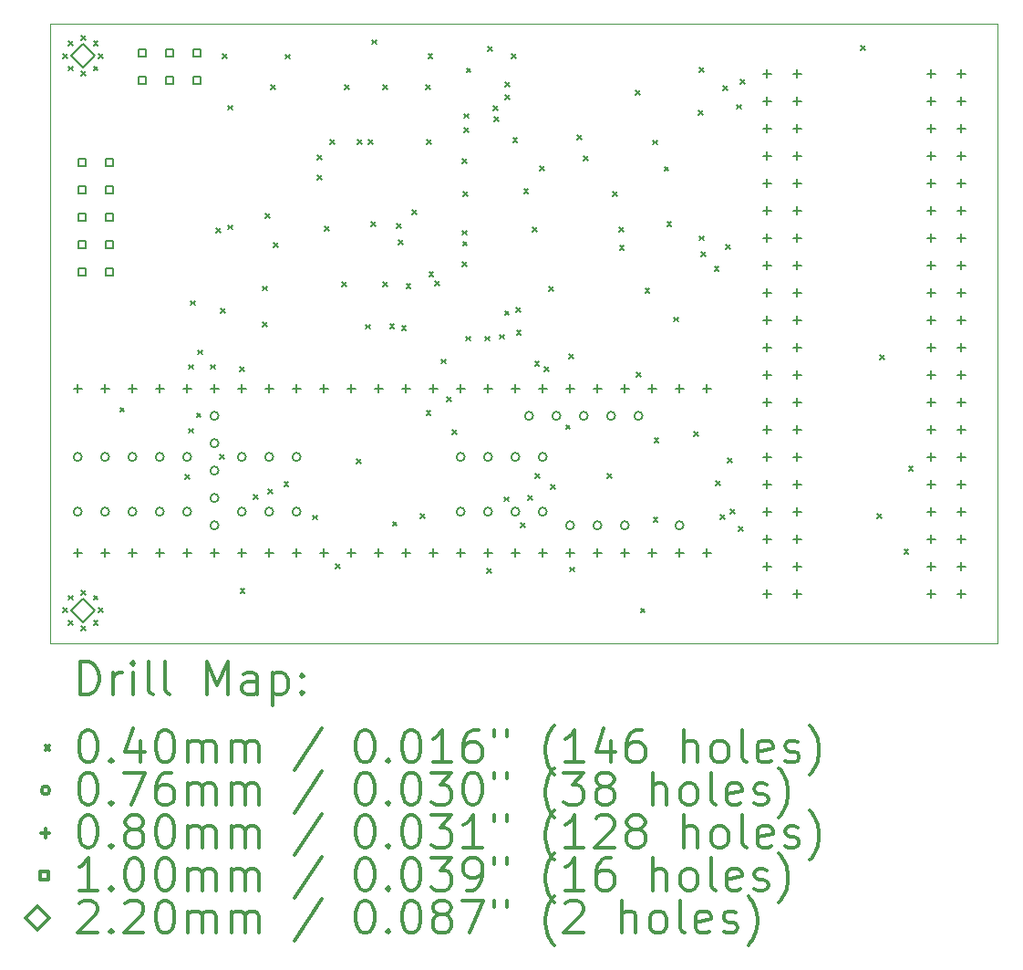
<source format=gbr>
%FSLAX45Y45*%
G04 Gerber Fmt 4.5, Leading zero omitted, Abs format (unit mm)*
G04 Created by KiCad (PCBNEW (5.1.2-1)-1) date 2020-07-08 23:16:25*
%MOMM*%
%LPD*%
G04 APERTURE LIST*
%ADD10C,0.100000*%
%ADD11C,0.200000*%
%ADD12C,0.300000*%
G04 APERTURE END LIST*
D10*
X11200000Y-9000000D02*
X11200000Y-14750000D01*
X20000000Y-9000000D02*
X11200000Y-9000000D01*
X20000000Y-14750000D02*
X11200000Y-14750000D01*
X20000000Y-9000000D02*
X20000000Y-14750000D01*
D11*
X11847960Y-12559350D02*
X11887960Y-12599350D01*
X11887960Y-12559350D02*
X11847960Y-12599350D01*
X12453470Y-13182270D02*
X12493470Y-13222270D01*
X12493470Y-13182270D02*
X12453470Y-13222270D01*
X12488470Y-12755140D02*
X12528470Y-12795140D01*
X12528470Y-12755140D02*
X12488470Y-12795140D01*
X12489530Y-12161200D02*
X12529530Y-12201200D01*
X12529530Y-12161200D02*
X12489530Y-12201200D01*
X12505980Y-11570270D02*
X12545980Y-11610270D01*
X12545980Y-11570270D02*
X12505980Y-11610270D01*
X12559080Y-12610890D02*
X12599080Y-12650890D01*
X12599080Y-12610890D02*
X12559080Y-12650890D01*
X12569840Y-12025530D02*
X12609840Y-12065530D01*
X12609840Y-12025530D02*
X12569840Y-12065530D01*
X12689700Y-12161570D02*
X12729700Y-12201570D01*
X12729700Y-12161570D02*
X12689700Y-12201570D01*
X12744080Y-10896180D02*
X12784080Y-10936180D01*
X12784080Y-10896180D02*
X12744080Y-10936180D01*
X12777510Y-12997500D02*
X12817510Y-13037500D01*
X12817510Y-12997500D02*
X12777510Y-13037500D01*
X12786280Y-11640070D02*
X12826280Y-11680070D01*
X12826280Y-11640070D02*
X12786280Y-11680070D01*
X12802170Y-9278870D02*
X12842170Y-9318870D01*
X12842170Y-9278870D02*
X12802170Y-9318870D01*
X12850130Y-10866970D02*
X12890130Y-10906970D01*
X12890130Y-10866970D02*
X12850130Y-10906970D01*
X12851380Y-9757900D02*
X12891380Y-9797900D01*
X12891380Y-9757900D02*
X12851380Y-9797900D01*
X12961670Y-12184740D02*
X13001670Y-12224740D01*
X13001670Y-12184740D02*
X12961670Y-12224740D01*
X12965430Y-14240800D02*
X13005430Y-14280800D01*
X13005430Y-14240800D02*
X12965430Y-14280800D01*
X13087030Y-13368940D02*
X13127030Y-13408940D01*
X13127030Y-13368940D02*
X13087030Y-13408940D01*
X13170490Y-11433120D02*
X13210490Y-11473120D01*
X13210490Y-11433120D02*
X13170490Y-11473120D01*
X13176040Y-11771140D02*
X13216040Y-11811140D01*
X13216040Y-11771140D02*
X13176040Y-11811140D01*
X13200700Y-10762300D02*
X13240700Y-10802300D01*
X13240700Y-10762300D02*
X13200700Y-10802300D01*
X13222340Y-13316040D02*
X13262340Y-13356040D01*
X13262340Y-13316040D02*
X13222340Y-13356040D01*
X13251500Y-9568500D02*
X13291500Y-9608500D01*
X13291500Y-9568500D02*
X13251500Y-9608500D01*
X13273190Y-11033310D02*
X13313190Y-11073310D01*
X13313190Y-11033310D02*
X13273190Y-11073310D01*
X13372530Y-13248370D02*
X13412530Y-13288370D01*
X13412530Y-13248370D02*
X13372530Y-13288370D01*
X13385730Y-9282620D02*
X13425730Y-9322620D01*
X13425730Y-9282620D02*
X13385730Y-9322620D01*
X13639220Y-13559000D02*
X13679220Y-13599000D01*
X13679220Y-13559000D02*
X13639220Y-13599000D01*
X13683300Y-10216200D02*
X13723300Y-10256200D01*
X13723300Y-10216200D02*
X13683300Y-10256200D01*
X13683300Y-10406700D02*
X13723300Y-10446700D01*
X13723300Y-10406700D02*
X13683300Y-10446700D01*
X13746800Y-10876600D02*
X13786800Y-10916600D01*
X13786800Y-10876600D02*
X13746800Y-10916600D01*
X13797600Y-10076500D02*
X13837600Y-10116500D01*
X13837600Y-10076500D02*
X13797600Y-10116500D01*
X13848210Y-14009210D02*
X13888210Y-14049210D01*
X13888210Y-14009210D02*
X13848210Y-14049210D01*
X13911900Y-11397300D02*
X13951900Y-11437300D01*
X13951900Y-11397300D02*
X13911900Y-11437300D01*
X13937300Y-9568500D02*
X13977300Y-9608500D01*
X13977300Y-9568500D02*
X13937300Y-9608500D01*
X14043410Y-13035310D02*
X14083410Y-13075310D01*
X14083410Y-13035310D02*
X14043410Y-13075310D01*
X14051600Y-10076500D02*
X14091600Y-10116500D01*
X14091600Y-10076500D02*
X14051600Y-10116500D01*
X14132430Y-11788430D02*
X14172430Y-11828430D01*
X14172430Y-11788430D02*
X14132430Y-11828430D01*
X14153200Y-10076500D02*
X14193200Y-10116500D01*
X14193200Y-10076500D02*
X14153200Y-10116500D01*
X14178600Y-10838500D02*
X14218600Y-10878500D01*
X14218600Y-10838500D02*
X14178600Y-10878500D01*
X14188800Y-9147820D02*
X14228800Y-9187820D01*
X14228800Y-9147820D02*
X14188800Y-9187820D01*
X14292900Y-11397300D02*
X14332900Y-11437300D01*
X14332900Y-11397300D02*
X14292900Y-11437300D01*
X14293490Y-9569045D02*
X14333490Y-9609045D01*
X14333490Y-9569045D02*
X14293490Y-9609045D01*
X14354920Y-11786380D02*
X14394920Y-11826380D01*
X14394920Y-11786380D02*
X14354920Y-11826380D01*
X14380250Y-13618460D02*
X14420250Y-13658460D01*
X14420250Y-13618460D02*
X14380250Y-13658460D01*
X14419900Y-10851200D02*
X14459900Y-10891200D01*
X14459900Y-10851200D02*
X14419900Y-10891200D01*
X14432600Y-11003600D02*
X14472600Y-11043600D01*
X14472600Y-11003600D02*
X14432600Y-11043600D01*
X14465030Y-11801490D02*
X14505030Y-11841490D01*
X14505030Y-11801490D02*
X14465030Y-11841490D01*
X14507920Y-11413810D02*
X14547920Y-11453810D01*
X14547920Y-11413810D02*
X14507920Y-11453810D01*
X14559600Y-10724200D02*
X14599600Y-10764200D01*
X14599600Y-10724200D02*
X14559600Y-10764200D01*
X14639920Y-13546310D02*
X14679920Y-13586310D01*
X14679920Y-13546310D02*
X14639920Y-13586310D01*
X14686600Y-9568500D02*
X14726600Y-9608500D01*
X14726600Y-9568500D02*
X14686600Y-9608500D01*
X14692480Y-12588800D02*
X14732480Y-12628800D01*
X14732480Y-12588800D02*
X14692480Y-12628800D01*
X14699299Y-10076500D02*
X14739299Y-10116500D01*
X14739299Y-10076500D02*
X14699299Y-10116500D01*
X14709220Y-9281720D02*
X14749220Y-9321720D01*
X14749220Y-9281720D02*
X14709220Y-9321720D01*
X14717570Y-11303050D02*
X14757570Y-11343050D01*
X14757570Y-11303050D02*
X14717570Y-11343050D01*
X14776590Y-11385500D02*
X14816590Y-11425500D01*
X14816590Y-11385500D02*
X14776590Y-11425500D01*
X14833600Y-12110440D02*
X14873600Y-12150440D01*
X14873600Y-12110440D02*
X14833600Y-12150440D01*
X14881410Y-12462350D02*
X14921410Y-12502350D01*
X14921410Y-12462350D02*
X14881410Y-12502350D01*
X14933670Y-12767080D02*
X14973670Y-12807080D01*
X14973670Y-12767080D02*
X14933670Y-12807080D01*
X15026960Y-10917720D02*
X15066960Y-10957720D01*
X15066960Y-10917720D02*
X15026960Y-10957720D01*
X15029500Y-10254300D02*
X15069500Y-10294300D01*
X15069500Y-10254300D02*
X15029500Y-10294300D01*
X15029500Y-11206800D02*
X15069500Y-11246800D01*
X15069500Y-11206800D02*
X15029500Y-11246800D01*
X15031330Y-11017780D02*
X15071330Y-11057780D01*
X15071330Y-11017780D02*
X15031330Y-11057780D01*
X15035150Y-10557900D02*
X15075150Y-10597900D01*
X15075150Y-10557900D02*
X15035150Y-10597900D01*
X15045840Y-9833720D02*
X15085840Y-9873720D01*
X15085840Y-9833720D02*
X15045840Y-9873720D01*
X15046390Y-9966410D02*
X15086390Y-10006410D01*
X15086390Y-9966410D02*
X15046390Y-10006410D01*
X15063220Y-11899250D02*
X15103220Y-11939250D01*
X15103220Y-11899250D02*
X15063220Y-11939250D01*
X15065210Y-9410040D02*
X15105210Y-9450040D01*
X15105210Y-9410040D02*
X15065210Y-9450040D01*
X15240990Y-11898850D02*
X15280990Y-11938850D01*
X15280990Y-11898850D02*
X15240990Y-11938850D01*
X15257150Y-14052280D02*
X15297150Y-14092280D01*
X15297150Y-14052280D02*
X15257150Y-14092280D01*
X15266480Y-9209460D02*
X15306480Y-9249460D01*
X15306480Y-9209460D02*
X15266480Y-9249460D01*
X15315880Y-9759500D02*
X15355880Y-9799500D01*
X15355880Y-9759500D02*
X15315880Y-9799500D01*
X15326660Y-9863130D02*
X15366660Y-9903130D01*
X15366660Y-9863130D02*
X15326660Y-9903130D01*
X15375670Y-11881910D02*
X15415670Y-11921910D01*
X15415670Y-11881910D02*
X15375670Y-11921910D01*
X15419890Y-13390300D02*
X15459890Y-13430300D01*
X15459890Y-13390300D02*
X15419890Y-13430300D01*
X15422390Y-11661130D02*
X15462390Y-11701130D01*
X15462390Y-11661130D02*
X15422390Y-11701130D01*
X15422750Y-9544140D02*
X15462750Y-9584140D01*
X15462750Y-9544140D02*
X15422750Y-9584140D01*
X15422860Y-9657900D02*
X15462860Y-9697900D01*
X15462860Y-9657900D02*
X15422860Y-9697900D01*
X15484130Y-9277570D02*
X15524130Y-9317570D01*
X15524130Y-9277570D02*
X15484130Y-9317570D01*
X15497320Y-10057900D02*
X15537320Y-10097900D01*
X15537320Y-10057900D02*
X15497320Y-10097900D01*
X15527590Y-11634460D02*
X15567590Y-11674460D01*
X15567590Y-11634460D02*
X15527590Y-11674460D01*
X15532490Y-11842650D02*
X15572490Y-11882650D01*
X15572490Y-11842650D02*
X15532490Y-11882650D01*
X15567240Y-13632500D02*
X15607240Y-13672500D01*
X15607240Y-13632500D02*
X15567240Y-13672500D01*
X15599340Y-10533380D02*
X15639340Y-10573380D01*
X15639340Y-10533380D02*
X15599340Y-10573380D01*
X15636230Y-13376890D02*
X15676230Y-13416890D01*
X15676230Y-13376890D02*
X15636230Y-13416890D01*
X15676670Y-10889960D02*
X15716670Y-10929960D01*
X15716670Y-10889960D02*
X15676670Y-10929960D01*
X15699680Y-12134640D02*
X15739680Y-12174640D01*
X15739680Y-12134640D02*
X15699680Y-12174640D01*
X15705890Y-13171050D02*
X15745890Y-13211050D01*
X15745890Y-13171050D02*
X15705890Y-13211050D01*
X15746000Y-10319000D02*
X15786000Y-10359000D01*
X15786000Y-10319000D02*
X15746000Y-10359000D01*
X15789800Y-12186010D02*
X15829800Y-12226010D01*
X15829800Y-12186010D02*
X15789800Y-12226010D01*
X15829600Y-11435400D02*
X15869600Y-11475400D01*
X15869600Y-11435400D02*
X15829600Y-11475400D01*
X15848750Y-13273970D02*
X15888750Y-13313970D01*
X15888750Y-13273970D02*
X15848750Y-13313970D01*
X15987460Y-12720350D02*
X16027460Y-12760350D01*
X16027460Y-12720350D02*
X15987460Y-12760350D01*
X16018750Y-12064530D02*
X16058750Y-12104530D01*
X16058750Y-12064530D02*
X16018750Y-12104530D01*
X16027790Y-14042460D02*
X16067790Y-14082460D01*
X16067790Y-14042460D02*
X16027790Y-14082460D01*
X16096110Y-10030460D02*
X16136110Y-10070460D01*
X16136110Y-10030460D02*
X16096110Y-10070460D01*
X16155590Y-10229400D02*
X16195590Y-10269400D01*
X16195590Y-10229400D02*
X16155590Y-10269400D01*
X16371340Y-13171760D02*
X16411340Y-13211760D01*
X16411340Y-13171760D02*
X16371340Y-13211760D01*
X16425990Y-10559580D02*
X16465990Y-10599580D01*
X16465990Y-10559580D02*
X16425990Y-10599580D01*
X16483800Y-10885700D02*
X16523800Y-10925700D01*
X16523800Y-10885700D02*
X16483800Y-10925700D01*
X16488910Y-11055630D02*
X16528910Y-11095630D01*
X16528910Y-11055630D02*
X16488910Y-11095630D01*
X16634100Y-9614600D02*
X16674100Y-9654600D01*
X16674100Y-9614600D02*
X16634100Y-9654600D01*
X16642400Y-12235850D02*
X16682400Y-12275850D01*
X16682400Y-12235850D02*
X16642400Y-12275850D01*
X16681740Y-14422780D02*
X16721740Y-14462780D01*
X16721740Y-14422780D02*
X16681740Y-14462780D01*
X16724920Y-11455370D02*
X16764920Y-11495370D01*
X16764920Y-11455370D02*
X16724920Y-11495370D01*
X16797250Y-10079420D02*
X16837250Y-10119420D01*
X16837250Y-10079420D02*
X16797250Y-10119420D01*
X16801850Y-13578420D02*
X16841850Y-13618420D01*
X16841850Y-13578420D02*
X16801850Y-13618420D01*
X16809260Y-12842810D02*
X16849260Y-12882810D01*
X16849260Y-12842810D02*
X16809260Y-12882810D01*
X16903960Y-10324080D02*
X16943960Y-10364080D01*
X16943960Y-10324080D02*
X16903960Y-10364080D01*
X16929130Y-10839020D02*
X16969130Y-10879020D01*
X16969130Y-10839020D02*
X16929130Y-10879020D01*
X16990970Y-11721400D02*
X17030970Y-11761400D01*
X17030970Y-11721400D02*
X16990970Y-11761400D01*
X17176100Y-12786210D02*
X17216100Y-12826210D01*
X17216100Y-12786210D02*
X17176100Y-12826210D01*
X17223080Y-9803600D02*
X17263080Y-9843600D01*
X17263080Y-9803600D02*
X17223080Y-9843600D01*
X17226600Y-9403400D02*
X17266600Y-9443400D01*
X17266600Y-9403400D02*
X17226600Y-9443400D01*
X17230540Y-10967740D02*
X17270540Y-11007740D01*
X17270540Y-10967740D02*
X17230540Y-11007740D01*
X17243240Y-11117450D02*
X17283240Y-11157450D01*
X17283240Y-11117450D02*
X17243240Y-11157450D01*
X17367910Y-11250740D02*
X17407910Y-11290740D01*
X17407910Y-11250740D02*
X17367910Y-11290740D01*
X17379940Y-13243010D02*
X17419940Y-13283010D01*
X17419940Y-13243010D02*
X17379940Y-13283010D01*
X17424700Y-13555290D02*
X17464700Y-13595290D01*
X17464700Y-13555290D02*
X17424700Y-13595290D01*
X17448240Y-9575110D02*
X17488240Y-9615110D01*
X17488240Y-9575110D02*
X17448240Y-9615110D01*
X17474220Y-11049800D02*
X17514220Y-11089800D01*
X17514220Y-11049800D02*
X17474220Y-11089800D01*
X17489460Y-13030600D02*
X17529460Y-13070600D01*
X17529460Y-13030600D02*
X17489460Y-13070600D01*
X17519580Y-13503810D02*
X17559580Y-13543810D01*
X17559580Y-13503810D02*
X17519580Y-13543810D01*
X17574400Y-9749280D02*
X17614400Y-9789280D01*
X17614400Y-9749280D02*
X17574400Y-9789280D01*
X17595030Y-13664370D02*
X17635030Y-13704370D01*
X17635030Y-13664370D02*
X17595030Y-13704370D01*
X17607940Y-9515320D02*
X17647940Y-9555320D01*
X17647940Y-9515320D02*
X17607940Y-9555320D01*
X18724450Y-9204640D02*
X18764450Y-9244640D01*
X18764450Y-9204640D02*
X18724450Y-9244640D01*
X18877600Y-13543600D02*
X18917600Y-13583600D01*
X18917600Y-13543600D02*
X18877600Y-13583600D01*
X18907500Y-12074900D02*
X18947500Y-12114900D01*
X18947500Y-12074900D02*
X18907500Y-12114900D01*
X19128630Y-13878420D02*
X19168630Y-13918420D01*
X19168630Y-13878420D02*
X19128630Y-13918420D01*
X19171460Y-13108310D02*
X19211460Y-13148310D01*
X19211460Y-13108310D02*
X19171460Y-13148310D01*
X11321200Y-14419900D02*
X11361200Y-14459900D01*
X11361200Y-14419900D02*
X11321200Y-14459900D01*
X11369527Y-14303227D02*
X11409527Y-14343227D01*
X11409527Y-14303227D02*
X11369527Y-14343227D01*
X11369527Y-14536573D02*
X11409527Y-14576573D01*
X11409527Y-14536573D02*
X11369527Y-14576573D01*
X11486200Y-14254900D02*
X11526200Y-14294900D01*
X11526200Y-14254900D02*
X11486200Y-14294900D01*
X11486200Y-14584900D02*
X11526200Y-14624900D01*
X11526200Y-14584900D02*
X11486200Y-14624900D01*
X11602873Y-14303227D02*
X11642873Y-14343227D01*
X11642873Y-14303227D02*
X11602873Y-14343227D01*
X11602873Y-14536573D02*
X11642873Y-14576573D01*
X11642873Y-14536573D02*
X11602873Y-14576573D01*
X11651200Y-14419900D02*
X11691200Y-14459900D01*
X11691200Y-14419900D02*
X11651200Y-14459900D01*
X11321200Y-9276400D02*
X11361200Y-9316400D01*
X11361200Y-9276400D02*
X11321200Y-9316400D01*
X11369527Y-9159727D02*
X11409527Y-9199727D01*
X11409527Y-9159727D02*
X11369527Y-9199727D01*
X11369527Y-9393073D02*
X11409527Y-9433073D01*
X11409527Y-9393073D02*
X11369527Y-9433073D01*
X11486200Y-9111400D02*
X11526200Y-9151400D01*
X11526200Y-9111400D02*
X11486200Y-9151400D01*
X11486200Y-9441400D02*
X11526200Y-9481400D01*
X11526200Y-9441400D02*
X11486200Y-9481400D01*
X11602873Y-9159727D02*
X11642873Y-9199727D01*
X11642873Y-9159727D02*
X11602873Y-9199727D01*
X11602873Y-9393073D02*
X11642873Y-9433073D01*
X11642873Y-9393073D02*
X11602873Y-9433073D01*
X11651200Y-9276400D02*
X11691200Y-9316400D01*
X11691200Y-9276400D02*
X11651200Y-9316400D01*
X11493500Y-13017500D02*
G75*
G03X11493500Y-13017500I-38100J0D01*
G01*
X11493500Y-13525500D02*
G75*
G03X11493500Y-13525500I-38100J0D01*
G01*
X11747500Y-13017500D02*
G75*
G03X11747500Y-13017500I-38100J0D01*
G01*
X11747500Y-13525500D02*
G75*
G03X11747500Y-13525500I-38100J0D01*
G01*
X12001500Y-13017500D02*
G75*
G03X12001500Y-13017500I-38100J0D01*
G01*
X12001500Y-13525500D02*
G75*
G03X12001500Y-13525500I-38100J0D01*
G01*
X12255500Y-13017500D02*
G75*
G03X12255500Y-13017500I-38100J0D01*
G01*
X12255500Y-13525500D02*
G75*
G03X12255500Y-13525500I-38100J0D01*
G01*
X12509500Y-13017500D02*
G75*
G03X12509500Y-13017500I-38100J0D01*
G01*
X12509500Y-13525500D02*
G75*
G03X12509500Y-13525500I-38100J0D01*
G01*
X12763500Y-12636500D02*
G75*
G03X12763500Y-12636500I-38100J0D01*
G01*
X12763500Y-12890500D02*
G75*
G03X12763500Y-12890500I-38100J0D01*
G01*
X12763500Y-13144500D02*
G75*
G03X12763500Y-13144500I-38100J0D01*
G01*
X12763500Y-13398500D02*
G75*
G03X12763500Y-13398500I-38100J0D01*
G01*
X12763500Y-13652500D02*
G75*
G03X12763500Y-13652500I-38100J0D01*
G01*
X13017500Y-13017500D02*
G75*
G03X13017500Y-13017500I-38100J0D01*
G01*
X13017500Y-13525500D02*
G75*
G03X13017500Y-13525500I-38100J0D01*
G01*
X13271500Y-13017500D02*
G75*
G03X13271500Y-13017500I-38100J0D01*
G01*
X13271500Y-13525500D02*
G75*
G03X13271500Y-13525500I-38100J0D01*
G01*
X13525500Y-13017500D02*
G75*
G03X13525500Y-13017500I-38100J0D01*
G01*
X13525500Y-13525500D02*
G75*
G03X13525500Y-13525500I-38100J0D01*
G01*
X15049500Y-13017500D02*
G75*
G03X15049500Y-13017500I-38100J0D01*
G01*
X15049500Y-13525500D02*
G75*
G03X15049500Y-13525500I-38100J0D01*
G01*
X15303500Y-13017500D02*
G75*
G03X15303500Y-13017500I-38100J0D01*
G01*
X15303500Y-13525500D02*
G75*
G03X15303500Y-13525500I-38100J0D01*
G01*
X15557500Y-13017500D02*
G75*
G03X15557500Y-13017500I-38100J0D01*
G01*
X15557500Y-13525500D02*
G75*
G03X15557500Y-13525500I-38100J0D01*
G01*
X15684500Y-12636500D02*
G75*
G03X15684500Y-12636500I-38100J0D01*
G01*
X15811500Y-13017500D02*
G75*
G03X15811500Y-13017500I-38100J0D01*
G01*
X15811500Y-13525500D02*
G75*
G03X15811500Y-13525500I-38100J0D01*
G01*
X15938500Y-12636500D02*
G75*
G03X15938500Y-12636500I-38100J0D01*
G01*
X16065500Y-13652500D02*
G75*
G03X16065500Y-13652500I-38100J0D01*
G01*
X16192500Y-12636500D02*
G75*
G03X16192500Y-12636500I-38100J0D01*
G01*
X16319500Y-13652500D02*
G75*
G03X16319500Y-13652500I-38100J0D01*
G01*
X16446500Y-12636500D02*
G75*
G03X16446500Y-12636500I-38100J0D01*
G01*
X16573500Y-13652500D02*
G75*
G03X16573500Y-13652500I-38100J0D01*
G01*
X16700500Y-12636500D02*
G75*
G03X16700500Y-12636500I-38100J0D01*
G01*
X17081500Y-13652500D02*
G75*
G03X17081500Y-13652500I-38100J0D01*
G01*
X17856200Y-9421500D02*
X17856200Y-9501500D01*
X17816200Y-9461500D02*
X17896200Y-9461500D01*
X17856200Y-9675500D02*
X17856200Y-9755500D01*
X17816200Y-9715500D02*
X17896200Y-9715500D01*
X17856200Y-9929500D02*
X17856200Y-10009500D01*
X17816200Y-9969500D02*
X17896200Y-9969500D01*
X17856200Y-10183500D02*
X17856200Y-10263500D01*
X17816200Y-10223500D02*
X17896200Y-10223500D01*
X17856200Y-10437500D02*
X17856200Y-10517500D01*
X17816200Y-10477500D02*
X17896200Y-10477500D01*
X17856200Y-10691500D02*
X17856200Y-10771500D01*
X17816200Y-10731500D02*
X17896200Y-10731500D01*
X17856200Y-10945500D02*
X17856200Y-11025500D01*
X17816200Y-10985500D02*
X17896200Y-10985500D01*
X17856200Y-11199500D02*
X17856200Y-11279500D01*
X17816200Y-11239500D02*
X17896200Y-11239500D01*
X17856200Y-11453500D02*
X17856200Y-11533500D01*
X17816200Y-11493500D02*
X17896200Y-11493500D01*
X17856200Y-11707500D02*
X17856200Y-11787500D01*
X17816200Y-11747500D02*
X17896200Y-11747500D01*
X17856200Y-11961500D02*
X17856200Y-12041500D01*
X17816200Y-12001500D02*
X17896200Y-12001500D01*
X17856200Y-12215500D02*
X17856200Y-12295500D01*
X17816200Y-12255500D02*
X17896200Y-12255500D01*
X17856200Y-12469500D02*
X17856200Y-12549500D01*
X17816200Y-12509500D02*
X17896200Y-12509500D01*
X17856200Y-12723500D02*
X17856200Y-12803500D01*
X17816200Y-12763500D02*
X17896200Y-12763500D01*
X17856200Y-12977500D02*
X17856200Y-13057500D01*
X17816200Y-13017500D02*
X17896200Y-13017500D01*
X17856200Y-13231500D02*
X17856200Y-13311500D01*
X17816200Y-13271500D02*
X17896200Y-13271500D01*
X17856200Y-13485500D02*
X17856200Y-13565500D01*
X17816200Y-13525500D02*
X17896200Y-13525500D01*
X17856200Y-13739500D02*
X17856200Y-13819500D01*
X17816200Y-13779500D02*
X17896200Y-13779500D01*
X17856200Y-13993500D02*
X17856200Y-14073500D01*
X17816200Y-14033500D02*
X17896200Y-14033500D01*
X17856200Y-14247500D02*
X17856200Y-14327500D01*
X17816200Y-14287500D02*
X17896200Y-14287500D01*
X19380200Y-9421500D02*
X19380200Y-9501500D01*
X19340200Y-9461500D02*
X19420200Y-9461500D01*
X19380200Y-9675500D02*
X19380200Y-9755500D01*
X19340200Y-9715500D02*
X19420200Y-9715500D01*
X19380200Y-9929500D02*
X19380200Y-10009500D01*
X19340200Y-9969500D02*
X19420200Y-9969500D01*
X19380200Y-10183500D02*
X19380200Y-10263500D01*
X19340200Y-10223500D02*
X19420200Y-10223500D01*
X19380200Y-10437500D02*
X19380200Y-10517500D01*
X19340200Y-10477500D02*
X19420200Y-10477500D01*
X19380200Y-10691500D02*
X19380200Y-10771500D01*
X19340200Y-10731500D02*
X19420200Y-10731500D01*
X19380200Y-10945500D02*
X19380200Y-11025500D01*
X19340200Y-10985500D02*
X19420200Y-10985500D01*
X19380200Y-11199500D02*
X19380200Y-11279500D01*
X19340200Y-11239500D02*
X19420200Y-11239500D01*
X19380200Y-11453500D02*
X19380200Y-11533500D01*
X19340200Y-11493500D02*
X19420200Y-11493500D01*
X19380200Y-11707500D02*
X19380200Y-11787500D01*
X19340200Y-11747500D02*
X19420200Y-11747500D01*
X19380200Y-11961500D02*
X19380200Y-12041500D01*
X19340200Y-12001500D02*
X19420200Y-12001500D01*
X19380200Y-12215500D02*
X19380200Y-12295500D01*
X19340200Y-12255500D02*
X19420200Y-12255500D01*
X19380200Y-12469500D02*
X19380200Y-12549500D01*
X19340200Y-12509500D02*
X19420200Y-12509500D01*
X19380200Y-12723500D02*
X19380200Y-12803500D01*
X19340200Y-12763500D02*
X19420200Y-12763500D01*
X19380200Y-12977500D02*
X19380200Y-13057500D01*
X19340200Y-13017500D02*
X19420200Y-13017500D01*
X19380200Y-13231500D02*
X19380200Y-13311500D01*
X19340200Y-13271500D02*
X19420200Y-13271500D01*
X19380200Y-13485500D02*
X19380200Y-13565500D01*
X19340200Y-13525500D02*
X19420200Y-13525500D01*
X19380200Y-13739500D02*
X19380200Y-13819500D01*
X19340200Y-13779500D02*
X19420200Y-13779500D01*
X19380200Y-13993500D02*
X19380200Y-14073500D01*
X19340200Y-14033500D02*
X19420200Y-14033500D01*
X19380200Y-14247500D02*
X19380200Y-14327500D01*
X19340200Y-14287500D02*
X19420200Y-14287500D01*
X18135600Y-9421500D02*
X18135600Y-9501500D01*
X18095600Y-9461500D02*
X18175600Y-9461500D01*
X18135600Y-9675500D02*
X18135600Y-9755500D01*
X18095600Y-9715500D02*
X18175600Y-9715500D01*
X18135600Y-9929500D02*
X18135600Y-10009500D01*
X18095600Y-9969500D02*
X18175600Y-9969500D01*
X18135600Y-10183500D02*
X18135600Y-10263500D01*
X18095600Y-10223500D02*
X18175600Y-10223500D01*
X18135600Y-10437500D02*
X18135600Y-10517500D01*
X18095600Y-10477500D02*
X18175600Y-10477500D01*
X18135600Y-10691500D02*
X18135600Y-10771500D01*
X18095600Y-10731500D02*
X18175600Y-10731500D01*
X18135600Y-10945500D02*
X18135600Y-11025500D01*
X18095600Y-10985500D02*
X18175600Y-10985500D01*
X18135600Y-11199500D02*
X18135600Y-11279500D01*
X18095600Y-11239500D02*
X18175600Y-11239500D01*
X18135600Y-11453500D02*
X18135600Y-11533500D01*
X18095600Y-11493500D02*
X18175600Y-11493500D01*
X18135600Y-11707500D02*
X18135600Y-11787500D01*
X18095600Y-11747500D02*
X18175600Y-11747500D01*
X18135600Y-11961500D02*
X18135600Y-12041500D01*
X18095600Y-12001500D02*
X18175600Y-12001500D01*
X18135600Y-12215500D02*
X18135600Y-12295500D01*
X18095600Y-12255500D02*
X18175600Y-12255500D01*
X18135600Y-12469500D02*
X18135600Y-12549500D01*
X18095600Y-12509500D02*
X18175600Y-12509500D01*
X18135600Y-12723500D02*
X18135600Y-12803500D01*
X18095600Y-12763500D02*
X18175600Y-12763500D01*
X18135600Y-12977500D02*
X18135600Y-13057500D01*
X18095600Y-13017500D02*
X18175600Y-13017500D01*
X18135600Y-13231500D02*
X18135600Y-13311500D01*
X18095600Y-13271500D02*
X18175600Y-13271500D01*
X18135600Y-13485500D02*
X18135600Y-13565500D01*
X18095600Y-13525500D02*
X18175600Y-13525500D01*
X18135600Y-13739500D02*
X18135600Y-13819500D01*
X18095600Y-13779500D02*
X18175600Y-13779500D01*
X18135600Y-13993500D02*
X18135600Y-14073500D01*
X18095600Y-14033500D02*
X18175600Y-14033500D01*
X18135600Y-14247500D02*
X18135600Y-14327500D01*
X18095600Y-14287500D02*
X18175600Y-14287500D01*
X19659600Y-9421500D02*
X19659600Y-9501500D01*
X19619600Y-9461500D02*
X19699600Y-9461500D01*
X19659600Y-9675500D02*
X19659600Y-9755500D01*
X19619600Y-9715500D02*
X19699600Y-9715500D01*
X19659600Y-9929500D02*
X19659600Y-10009500D01*
X19619600Y-9969500D02*
X19699600Y-9969500D01*
X19659600Y-10183500D02*
X19659600Y-10263500D01*
X19619600Y-10223500D02*
X19699600Y-10223500D01*
X19659600Y-10437500D02*
X19659600Y-10517500D01*
X19619600Y-10477500D02*
X19699600Y-10477500D01*
X19659600Y-10691500D02*
X19659600Y-10771500D01*
X19619600Y-10731500D02*
X19699600Y-10731500D01*
X19659600Y-10945500D02*
X19659600Y-11025500D01*
X19619600Y-10985500D02*
X19699600Y-10985500D01*
X19659600Y-11199500D02*
X19659600Y-11279500D01*
X19619600Y-11239500D02*
X19699600Y-11239500D01*
X19659600Y-11453500D02*
X19659600Y-11533500D01*
X19619600Y-11493500D02*
X19699600Y-11493500D01*
X19659600Y-11707500D02*
X19659600Y-11787500D01*
X19619600Y-11747500D02*
X19699600Y-11747500D01*
X19659600Y-11961500D02*
X19659600Y-12041500D01*
X19619600Y-12001500D02*
X19699600Y-12001500D01*
X19659600Y-12215500D02*
X19659600Y-12295500D01*
X19619600Y-12255500D02*
X19699600Y-12255500D01*
X19659600Y-12469500D02*
X19659600Y-12549500D01*
X19619600Y-12509500D02*
X19699600Y-12509500D01*
X19659600Y-12723500D02*
X19659600Y-12803500D01*
X19619600Y-12763500D02*
X19699600Y-12763500D01*
X19659600Y-12977500D02*
X19659600Y-13057500D01*
X19619600Y-13017500D02*
X19699600Y-13017500D01*
X19659600Y-13231500D02*
X19659600Y-13311500D01*
X19619600Y-13271500D02*
X19699600Y-13271500D01*
X19659600Y-13485500D02*
X19659600Y-13565500D01*
X19619600Y-13525500D02*
X19699600Y-13525500D01*
X19659600Y-13739500D02*
X19659600Y-13819500D01*
X19619600Y-13779500D02*
X19699600Y-13779500D01*
X19659600Y-13993500D02*
X19659600Y-14073500D01*
X19619600Y-14033500D02*
X19699600Y-14033500D01*
X19659600Y-14247500D02*
X19659600Y-14327500D01*
X19619600Y-14287500D02*
X19699600Y-14287500D01*
X11455400Y-12342500D02*
X11455400Y-12422500D01*
X11415400Y-12382500D02*
X11495400Y-12382500D01*
X11455400Y-13866500D02*
X11455400Y-13946500D01*
X11415400Y-13906500D02*
X11495400Y-13906500D01*
X11709400Y-12342500D02*
X11709400Y-12422500D01*
X11669400Y-12382500D02*
X11749400Y-12382500D01*
X11709400Y-13866500D02*
X11709400Y-13946500D01*
X11669400Y-13906500D02*
X11749400Y-13906500D01*
X11963400Y-12342500D02*
X11963400Y-12422500D01*
X11923400Y-12382500D02*
X12003400Y-12382500D01*
X11963400Y-13866500D02*
X11963400Y-13946500D01*
X11923400Y-13906500D02*
X12003400Y-13906500D01*
X12217400Y-12342500D02*
X12217400Y-12422500D01*
X12177400Y-12382500D02*
X12257400Y-12382500D01*
X12217400Y-13866500D02*
X12217400Y-13946500D01*
X12177400Y-13906500D02*
X12257400Y-13906500D01*
X12471400Y-12342500D02*
X12471400Y-12422500D01*
X12431400Y-12382500D02*
X12511400Y-12382500D01*
X12471400Y-13866500D02*
X12471400Y-13946500D01*
X12431400Y-13906500D02*
X12511400Y-13906500D01*
X12725400Y-12342500D02*
X12725400Y-12422500D01*
X12685400Y-12382500D02*
X12765400Y-12382500D01*
X12725400Y-13866500D02*
X12725400Y-13946500D01*
X12685400Y-13906500D02*
X12765400Y-13906500D01*
X12979400Y-12342500D02*
X12979400Y-12422500D01*
X12939400Y-12382500D02*
X13019400Y-12382500D01*
X12979400Y-13866500D02*
X12979400Y-13946500D01*
X12939400Y-13906500D02*
X13019400Y-13906500D01*
X13233400Y-12342500D02*
X13233400Y-12422500D01*
X13193400Y-12382500D02*
X13273400Y-12382500D01*
X13233400Y-13866500D02*
X13233400Y-13946500D01*
X13193400Y-13906500D02*
X13273400Y-13906500D01*
X13487400Y-12342500D02*
X13487400Y-12422500D01*
X13447400Y-12382500D02*
X13527400Y-12382500D01*
X13487400Y-13866500D02*
X13487400Y-13946500D01*
X13447400Y-13906500D02*
X13527400Y-13906500D01*
X13741400Y-12342500D02*
X13741400Y-12422500D01*
X13701400Y-12382500D02*
X13781400Y-12382500D01*
X13741400Y-13866500D02*
X13741400Y-13946500D01*
X13701400Y-13906500D02*
X13781400Y-13906500D01*
X13995400Y-12342500D02*
X13995400Y-12422500D01*
X13955400Y-12382500D02*
X14035400Y-12382500D01*
X13995400Y-13866500D02*
X13995400Y-13946500D01*
X13955400Y-13906500D02*
X14035400Y-13906500D01*
X14249400Y-12342500D02*
X14249400Y-12422500D01*
X14209400Y-12382500D02*
X14289400Y-12382500D01*
X14249400Y-13866500D02*
X14249400Y-13946500D01*
X14209400Y-13906500D02*
X14289400Y-13906500D01*
X14503400Y-12342500D02*
X14503400Y-12422500D01*
X14463400Y-12382500D02*
X14543400Y-12382500D01*
X14503400Y-13866500D02*
X14503400Y-13946500D01*
X14463400Y-13906500D02*
X14543400Y-13906500D01*
X14757400Y-12342500D02*
X14757400Y-12422500D01*
X14717400Y-12382500D02*
X14797400Y-12382500D01*
X14757400Y-13866500D02*
X14757400Y-13946500D01*
X14717400Y-13906500D02*
X14797400Y-13906500D01*
X15011400Y-12342500D02*
X15011400Y-12422500D01*
X14971400Y-12382500D02*
X15051400Y-12382500D01*
X15011400Y-13866500D02*
X15011400Y-13946500D01*
X14971400Y-13906500D02*
X15051400Y-13906500D01*
X15265400Y-12342500D02*
X15265400Y-12422500D01*
X15225400Y-12382500D02*
X15305400Y-12382500D01*
X15265400Y-13866500D02*
X15265400Y-13946500D01*
X15225400Y-13906500D02*
X15305400Y-13906500D01*
X15519400Y-12342500D02*
X15519400Y-12422500D01*
X15479400Y-12382500D02*
X15559400Y-12382500D01*
X15519400Y-13866500D02*
X15519400Y-13946500D01*
X15479400Y-13906500D02*
X15559400Y-13906500D01*
X15773400Y-12342500D02*
X15773400Y-12422500D01*
X15733400Y-12382500D02*
X15813400Y-12382500D01*
X15773400Y-13866500D02*
X15773400Y-13946500D01*
X15733400Y-13906500D02*
X15813400Y-13906500D01*
X16027400Y-12342500D02*
X16027400Y-12422500D01*
X15987400Y-12382500D02*
X16067400Y-12382500D01*
X16027400Y-13866500D02*
X16027400Y-13946500D01*
X15987400Y-13906500D02*
X16067400Y-13906500D01*
X16281400Y-12342500D02*
X16281400Y-12422500D01*
X16241400Y-12382500D02*
X16321400Y-12382500D01*
X16281400Y-13866500D02*
X16281400Y-13946500D01*
X16241400Y-13906500D02*
X16321400Y-13906500D01*
X16535400Y-12342500D02*
X16535400Y-12422500D01*
X16495400Y-12382500D02*
X16575400Y-12382500D01*
X16535400Y-13866500D02*
X16535400Y-13946500D01*
X16495400Y-13906500D02*
X16575400Y-13906500D01*
X16789400Y-12342500D02*
X16789400Y-12422500D01*
X16749400Y-12382500D02*
X16829400Y-12382500D01*
X16789400Y-13866500D02*
X16789400Y-13946500D01*
X16749400Y-13906500D02*
X16829400Y-13906500D01*
X17043400Y-12342500D02*
X17043400Y-12422500D01*
X17003400Y-12382500D02*
X17083400Y-12382500D01*
X17043400Y-13866500D02*
X17043400Y-13946500D01*
X17003400Y-13906500D02*
X17083400Y-13906500D01*
X17297400Y-12342500D02*
X17297400Y-12422500D01*
X17257400Y-12382500D02*
X17337400Y-12382500D01*
X17297400Y-13866500D02*
X17297400Y-13946500D01*
X17257400Y-13906500D02*
X17337400Y-13906500D01*
X11528856Y-10322356D02*
X11528856Y-10251644D01*
X11458144Y-10251644D01*
X11458144Y-10322356D01*
X11528856Y-10322356D01*
X11528856Y-10576356D02*
X11528856Y-10505644D01*
X11458144Y-10505644D01*
X11458144Y-10576356D01*
X11528856Y-10576356D01*
X11528856Y-10830356D02*
X11528856Y-10759644D01*
X11458144Y-10759644D01*
X11458144Y-10830356D01*
X11528856Y-10830356D01*
X11528856Y-11084356D02*
X11528856Y-11013644D01*
X11458144Y-11013644D01*
X11458144Y-11084356D01*
X11528856Y-11084356D01*
X11528856Y-11338356D02*
X11528856Y-11267644D01*
X11458144Y-11267644D01*
X11458144Y-11338356D01*
X11528856Y-11338356D01*
X11782856Y-10322356D02*
X11782856Y-10251644D01*
X11712144Y-10251644D01*
X11712144Y-10322356D01*
X11782856Y-10322356D01*
X11782856Y-10576356D02*
X11782856Y-10505644D01*
X11712144Y-10505644D01*
X11712144Y-10576356D01*
X11782856Y-10576356D01*
X11782856Y-10830356D02*
X11782856Y-10759644D01*
X11712144Y-10759644D01*
X11712144Y-10830356D01*
X11782856Y-10830356D01*
X11782856Y-11084356D02*
X11782856Y-11013644D01*
X11712144Y-11013644D01*
X11712144Y-11084356D01*
X11782856Y-11084356D01*
X11782856Y-11338356D02*
X11782856Y-11267644D01*
X11712144Y-11267644D01*
X11712144Y-11338356D01*
X11782856Y-11338356D01*
X12087656Y-9306356D02*
X12087656Y-9235644D01*
X12016944Y-9235644D01*
X12016944Y-9306356D01*
X12087656Y-9306356D01*
X12087656Y-9560356D02*
X12087656Y-9489644D01*
X12016944Y-9489644D01*
X12016944Y-9560356D01*
X12087656Y-9560356D01*
X12341656Y-9306356D02*
X12341656Y-9235644D01*
X12270944Y-9235644D01*
X12270944Y-9306356D01*
X12341656Y-9306356D01*
X12341656Y-9560356D02*
X12341656Y-9489644D01*
X12270944Y-9489644D01*
X12270944Y-9560356D01*
X12341656Y-9560356D01*
X12595656Y-9306356D02*
X12595656Y-9235644D01*
X12524944Y-9235644D01*
X12524944Y-9306356D01*
X12595656Y-9306356D01*
X12595656Y-9560356D02*
X12595656Y-9489644D01*
X12524944Y-9489644D01*
X12524944Y-9560356D01*
X12595656Y-9560356D01*
X11506200Y-14549900D02*
X11616200Y-14439900D01*
X11506200Y-14329900D01*
X11396200Y-14439900D01*
X11506200Y-14549900D01*
X11506200Y-9406400D02*
X11616200Y-9296400D01*
X11506200Y-9186400D01*
X11396200Y-9296400D01*
X11506200Y-9406400D01*
D12*
X11481428Y-15220714D02*
X11481428Y-14920714D01*
X11552857Y-14920714D01*
X11595714Y-14935000D01*
X11624286Y-14963571D01*
X11638571Y-14992143D01*
X11652857Y-15049286D01*
X11652857Y-15092143D01*
X11638571Y-15149286D01*
X11624286Y-15177857D01*
X11595714Y-15206429D01*
X11552857Y-15220714D01*
X11481428Y-15220714D01*
X11781428Y-15220714D02*
X11781428Y-15020714D01*
X11781428Y-15077857D02*
X11795714Y-15049286D01*
X11810000Y-15035000D01*
X11838571Y-15020714D01*
X11867143Y-15020714D01*
X11967143Y-15220714D02*
X11967143Y-15020714D01*
X11967143Y-14920714D02*
X11952857Y-14935000D01*
X11967143Y-14949286D01*
X11981428Y-14935000D01*
X11967143Y-14920714D01*
X11967143Y-14949286D01*
X12152857Y-15220714D02*
X12124286Y-15206429D01*
X12110000Y-15177857D01*
X12110000Y-14920714D01*
X12310000Y-15220714D02*
X12281428Y-15206429D01*
X12267143Y-15177857D01*
X12267143Y-14920714D01*
X12652857Y-15220714D02*
X12652857Y-14920714D01*
X12752857Y-15135000D01*
X12852857Y-14920714D01*
X12852857Y-15220714D01*
X13124286Y-15220714D02*
X13124286Y-15063571D01*
X13110000Y-15035000D01*
X13081428Y-15020714D01*
X13024286Y-15020714D01*
X12995714Y-15035000D01*
X13124286Y-15206429D02*
X13095714Y-15220714D01*
X13024286Y-15220714D01*
X12995714Y-15206429D01*
X12981428Y-15177857D01*
X12981428Y-15149286D01*
X12995714Y-15120714D01*
X13024286Y-15106429D01*
X13095714Y-15106429D01*
X13124286Y-15092143D01*
X13267143Y-15020714D02*
X13267143Y-15320714D01*
X13267143Y-15035000D02*
X13295714Y-15020714D01*
X13352857Y-15020714D01*
X13381428Y-15035000D01*
X13395714Y-15049286D01*
X13410000Y-15077857D01*
X13410000Y-15163571D01*
X13395714Y-15192143D01*
X13381428Y-15206429D01*
X13352857Y-15220714D01*
X13295714Y-15220714D01*
X13267143Y-15206429D01*
X13538571Y-15192143D02*
X13552857Y-15206429D01*
X13538571Y-15220714D01*
X13524286Y-15206429D01*
X13538571Y-15192143D01*
X13538571Y-15220714D01*
X13538571Y-15035000D02*
X13552857Y-15049286D01*
X13538571Y-15063571D01*
X13524286Y-15049286D01*
X13538571Y-15035000D01*
X13538571Y-15063571D01*
X11155000Y-15695000D02*
X11195000Y-15735000D01*
X11195000Y-15695000D02*
X11155000Y-15735000D01*
X11538571Y-15550714D02*
X11567143Y-15550714D01*
X11595714Y-15565000D01*
X11610000Y-15579286D01*
X11624286Y-15607857D01*
X11638571Y-15665000D01*
X11638571Y-15736429D01*
X11624286Y-15793571D01*
X11610000Y-15822143D01*
X11595714Y-15836429D01*
X11567143Y-15850714D01*
X11538571Y-15850714D01*
X11510000Y-15836429D01*
X11495714Y-15822143D01*
X11481428Y-15793571D01*
X11467143Y-15736429D01*
X11467143Y-15665000D01*
X11481428Y-15607857D01*
X11495714Y-15579286D01*
X11510000Y-15565000D01*
X11538571Y-15550714D01*
X11767143Y-15822143D02*
X11781428Y-15836429D01*
X11767143Y-15850714D01*
X11752857Y-15836429D01*
X11767143Y-15822143D01*
X11767143Y-15850714D01*
X12038571Y-15650714D02*
X12038571Y-15850714D01*
X11967143Y-15536429D02*
X11895714Y-15750714D01*
X12081428Y-15750714D01*
X12252857Y-15550714D02*
X12281428Y-15550714D01*
X12310000Y-15565000D01*
X12324286Y-15579286D01*
X12338571Y-15607857D01*
X12352857Y-15665000D01*
X12352857Y-15736429D01*
X12338571Y-15793571D01*
X12324286Y-15822143D01*
X12310000Y-15836429D01*
X12281428Y-15850714D01*
X12252857Y-15850714D01*
X12224286Y-15836429D01*
X12210000Y-15822143D01*
X12195714Y-15793571D01*
X12181428Y-15736429D01*
X12181428Y-15665000D01*
X12195714Y-15607857D01*
X12210000Y-15579286D01*
X12224286Y-15565000D01*
X12252857Y-15550714D01*
X12481428Y-15850714D02*
X12481428Y-15650714D01*
X12481428Y-15679286D02*
X12495714Y-15665000D01*
X12524286Y-15650714D01*
X12567143Y-15650714D01*
X12595714Y-15665000D01*
X12610000Y-15693571D01*
X12610000Y-15850714D01*
X12610000Y-15693571D02*
X12624286Y-15665000D01*
X12652857Y-15650714D01*
X12695714Y-15650714D01*
X12724286Y-15665000D01*
X12738571Y-15693571D01*
X12738571Y-15850714D01*
X12881428Y-15850714D02*
X12881428Y-15650714D01*
X12881428Y-15679286D02*
X12895714Y-15665000D01*
X12924286Y-15650714D01*
X12967143Y-15650714D01*
X12995714Y-15665000D01*
X13010000Y-15693571D01*
X13010000Y-15850714D01*
X13010000Y-15693571D02*
X13024286Y-15665000D01*
X13052857Y-15650714D01*
X13095714Y-15650714D01*
X13124286Y-15665000D01*
X13138571Y-15693571D01*
X13138571Y-15850714D01*
X13724286Y-15536429D02*
X13467143Y-15922143D01*
X14110000Y-15550714D02*
X14138571Y-15550714D01*
X14167143Y-15565000D01*
X14181428Y-15579286D01*
X14195714Y-15607857D01*
X14210000Y-15665000D01*
X14210000Y-15736429D01*
X14195714Y-15793571D01*
X14181428Y-15822143D01*
X14167143Y-15836429D01*
X14138571Y-15850714D01*
X14110000Y-15850714D01*
X14081428Y-15836429D01*
X14067143Y-15822143D01*
X14052857Y-15793571D01*
X14038571Y-15736429D01*
X14038571Y-15665000D01*
X14052857Y-15607857D01*
X14067143Y-15579286D01*
X14081428Y-15565000D01*
X14110000Y-15550714D01*
X14338571Y-15822143D02*
X14352857Y-15836429D01*
X14338571Y-15850714D01*
X14324286Y-15836429D01*
X14338571Y-15822143D01*
X14338571Y-15850714D01*
X14538571Y-15550714D02*
X14567143Y-15550714D01*
X14595714Y-15565000D01*
X14610000Y-15579286D01*
X14624286Y-15607857D01*
X14638571Y-15665000D01*
X14638571Y-15736429D01*
X14624286Y-15793571D01*
X14610000Y-15822143D01*
X14595714Y-15836429D01*
X14567143Y-15850714D01*
X14538571Y-15850714D01*
X14510000Y-15836429D01*
X14495714Y-15822143D01*
X14481428Y-15793571D01*
X14467143Y-15736429D01*
X14467143Y-15665000D01*
X14481428Y-15607857D01*
X14495714Y-15579286D01*
X14510000Y-15565000D01*
X14538571Y-15550714D01*
X14924286Y-15850714D02*
X14752857Y-15850714D01*
X14838571Y-15850714D02*
X14838571Y-15550714D01*
X14810000Y-15593571D01*
X14781428Y-15622143D01*
X14752857Y-15636429D01*
X15181428Y-15550714D02*
X15124286Y-15550714D01*
X15095714Y-15565000D01*
X15081428Y-15579286D01*
X15052857Y-15622143D01*
X15038571Y-15679286D01*
X15038571Y-15793571D01*
X15052857Y-15822143D01*
X15067143Y-15836429D01*
X15095714Y-15850714D01*
X15152857Y-15850714D01*
X15181428Y-15836429D01*
X15195714Y-15822143D01*
X15210000Y-15793571D01*
X15210000Y-15722143D01*
X15195714Y-15693571D01*
X15181428Y-15679286D01*
X15152857Y-15665000D01*
X15095714Y-15665000D01*
X15067143Y-15679286D01*
X15052857Y-15693571D01*
X15038571Y-15722143D01*
X15324286Y-15550714D02*
X15324286Y-15607857D01*
X15438571Y-15550714D02*
X15438571Y-15607857D01*
X15881428Y-15965000D02*
X15867143Y-15950714D01*
X15838571Y-15907857D01*
X15824286Y-15879286D01*
X15810000Y-15836429D01*
X15795714Y-15765000D01*
X15795714Y-15707857D01*
X15810000Y-15636429D01*
X15824286Y-15593571D01*
X15838571Y-15565000D01*
X15867143Y-15522143D01*
X15881428Y-15507857D01*
X16152857Y-15850714D02*
X15981428Y-15850714D01*
X16067143Y-15850714D02*
X16067143Y-15550714D01*
X16038571Y-15593571D01*
X16010000Y-15622143D01*
X15981428Y-15636429D01*
X16410000Y-15650714D02*
X16410000Y-15850714D01*
X16338571Y-15536429D02*
X16267143Y-15750714D01*
X16452857Y-15750714D01*
X16695714Y-15550714D02*
X16638571Y-15550714D01*
X16610000Y-15565000D01*
X16595714Y-15579286D01*
X16567143Y-15622143D01*
X16552857Y-15679286D01*
X16552857Y-15793571D01*
X16567143Y-15822143D01*
X16581428Y-15836429D01*
X16610000Y-15850714D01*
X16667143Y-15850714D01*
X16695714Y-15836429D01*
X16710000Y-15822143D01*
X16724286Y-15793571D01*
X16724286Y-15722143D01*
X16710000Y-15693571D01*
X16695714Y-15679286D01*
X16667143Y-15665000D01*
X16610000Y-15665000D01*
X16581428Y-15679286D01*
X16567143Y-15693571D01*
X16552857Y-15722143D01*
X17081428Y-15850714D02*
X17081428Y-15550714D01*
X17210000Y-15850714D02*
X17210000Y-15693571D01*
X17195714Y-15665000D01*
X17167143Y-15650714D01*
X17124286Y-15650714D01*
X17095714Y-15665000D01*
X17081428Y-15679286D01*
X17395714Y-15850714D02*
X17367143Y-15836429D01*
X17352857Y-15822143D01*
X17338571Y-15793571D01*
X17338571Y-15707857D01*
X17352857Y-15679286D01*
X17367143Y-15665000D01*
X17395714Y-15650714D01*
X17438571Y-15650714D01*
X17467143Y-15665000D01*
X17481428Y-15679286D01*
X17495714Y-15707857D01*
X17495714Y-15793571D01*
X17481428Y-15822143D01*
X17467143Y-15836429D01*
X17438571Y-15850714D01*
X17395714Y-15850714D01*
X17667143Y-15850714D02*
X17638571Y-15836429D01*
X17624286Y-15807857D01*
X17624286Y-15550714D01*
X17895714Y-15836429D02*
X17867143Y-15850714D01*
X17810000Y-15850714D01*
X17781428Y-15836429D01*
X17767143Y-15807857D01*
X17767143Y-15693571D01*
X17781428Y-15665000D01*
X17810000Y-15650714D01*
X17867143Y-15650714D01*
X17895714Y-15665000D01*
X17910000Y-15693571D01*
X17910000Y-15722143D01*
X17767143Y-15750714D01*
X18024286Y-15836429D02*
X18052857Y-15850714D01*
X18110000Y-15850714D01*
X18138571Y-15836429D01*
X18152857Y-15807857D01*
X18152857Y-15793571D01*
X18138571Y-15765000D01*
X18110000Y-15750714D01*
X18067143Y-15750714D01*
X18038571Y-15736429D01*
X18024286Y-15707857D01*
X18024286Y-15693571D01*
X18038571Y-15665000D01*
X18067143Y-15650714D01*
X18110000Y-15650714D01*
X18138571Y-15665000D01*
X18252857Y-15965000D02*
X18267143Y-15950714D01*
X18295714Y-15907857D01*
X18310000Y-15879286D01*
X18324286Y-15836429D01*
X18338571Y-15765000D01*
X18338571Y-15707857D01*
X18324286Y-15636429D01*
X18310000Y-15593571D01*
X18295714Y-15565000D01*
X18267143Y-15522143D01*
X18252857Y-15507857D01*
X11195000Y-16111000D02*
G75*
G03X11195000Y-16111000I-38100J0D01*
G01*
X11538571Y-15946714D02*
X11567143Y-15946714D01*
X11595714Y-15961000D01*
X11610000Y-15975286D01*
X11624286Y-16003857D01*
X11638571Y-16061000D01*
X11638571Y-16132429D01*
X11624286Y-16189571D01*
X11610000Y-16218143D01*
X11595714Y-16232429D01*
X11567143Y-16246714D01*
X11538571Y-16246714D01*
X11510000Y-16232429D01*
X11495714Y-16218143D01*
X11481428Y-16189571D01*
X11467143Y-16132429D01*
X11467143Y-16061000D01*
X11481428Y-16003857D01*
X11495714Y-15975286D01*
X11510000Y-15961000D01*
X11538571Y-15946714D01*
X11767143Y-16218143D02*
X11781428Y-16232429D01*
X11767143Y-16246714D01*
X11752857Y-16232429D01*
X11767143Y-16218143D01*
X11767143Y-16246714D01*
X11881428Y-15946714D02*
X12081428Y-15946714D01*
X11952857Y-16246714D01*
X12324286Y-15946714D02*
X12267143Y-15946714D01*
X12238571Y-15961000D01*
X12224286Y-15975286D01*
X12195714Y-16018143D01*
X12181428Y-16075286D01*
X12181428Y-16189571D01*
X12195714Y-16218143D01*
X12210000Y-16232429D01*
X12238571Y-16246714D01*
X12295714Y-16246714D01*
X12324286Y-16232429D01*
X12338571Y-16218143D01*
X12352857Y-16189571D01*
X12352857Y-16118143D01*
X12338571Y-16089571D01*
X12324286Y-16075286D01*
X12295714Y-16061000D01*
X12238571Y-16061000D01*
X12210000Y-16075286D01*
X12195714Y-16089571D01*
X12181428Y-16118143D01*
X12481428Y-16246714D02*
X12481428Y-16046714D01*
X12481428Y-16075286D02*
X12495714Y-16061000D01*
X12524286Y-16046714D01*
X12567143Y-16046714D01*
X12595714Y-16061000D01*
X12610000Y-16089571D01*
X12610000Y-16246714D01*
X12610000Y-16089571D02*
X12624286Y-16061000D01*
X12652857Y-16046714D01*
X12695714Y-16046714D01*
X12724286Y-16061000D01*
X12738571Y-16089571D01*
X12738571Y-16246714D01*
X12881428Y-16246714D02*
X12881428Y-16046714D01*
X12881428Y-16075286D02*
X12895714Y-16061000D01*
X12924286Y-16046714D01*
X12967143Y-16046714D01*
X12995714Y-16061000D01*
X13010000Y-16089571D01*
X13010000Y-16246714D01*
X13010000Y-16089571D02*
X13024286Y-16061000D01*
X13052857Y-16046714D01*
X13095714Y-16046714D01*
X13124286Y-16061000D01*
X13138571Y-16089571D01*
X13138571Y-16246714D01*
X13724286Y-15932429D02*
X13467143Y-16318143D01*
X14110000Y-15946714D02*
X14138571Y-15946714D01*
X14167143Y-15961000D01*
X14181428Y-15975286D01*
X14195714Y-16003857D01*
X14210000Y-16061000D01*
X14210000Y-16132429D01*
X14195714Y-16189571D01*
X14181428Y-16218143D01*
X14167143Y-16232429D01*
X14138571Y-16246714D01*
X14110000Y-16246714D01*
X14081428Y-16232429D01*
X14067143Y-16218143D01*
X14052857Y-16189571D01*
X14038571Y-16132429D01*
X14038571Y-16061000D01*
X14052857Y-16003857D01*
X14067143Y-15975286D01*
X14081428Y-15961000D01*
X14110000Y-15946714D01*
X14338571Y-16218143D02*
X14352857Y-16232429D01*
X14338571Y-16246714D01*
X14324286Y-16232429D01*
X14338571Y-16218143D01*
X14338571Y-16246714D01*
X14538571Y-15946714D02*
X14567143Y-15946714D01*
X14595714Y-15961000D01*
X14610000Y-15975286D01*
X14624286Y-16003857D01*
X14638571Y-16061000D01*
X14638571Y-16132429D01*
X14624286Y-16189571D01*
X14610000Y-16218143D01*
X14595714Y-16232429D01*
X14567143Y-16246714D01*
X14538571Y-16246714D01*
X14510000Y-16232429D01*
X14495714Y-16218143D01*
X14481428Y-16189571D01*
X14467143Y-16132429D01*
X14467143Y-16061000D01*
X14481428Y-16003857D01*
X14495714Y-15975286D01*
X14510000Y-15961000D01*
X14538571Y-15946714D01*
X14738571Y-15946714D02*
X14924286Y-15946714D01*
X14824286Y-16061000D01*
X14867143Y-16061000D01*
X14895714Y-16075286D01*
X14910000Y-16089571D01*
X14924286Y-16118143D01*
X14924286Y-16189571D01*
X14910000Y-16218143D01*
X14895714Y-16232429D01*
X14867143Y-16246714D01*
X14781428Y-16246714D01*
X14752857Y-16232429D01*
X14738571Y-16218143D01*
X15110000Y-15946714D02*
X15138571Y-15946714D01*
X15167143Y-15961000D01*
X15181428Y-15975286D01*
X15195714Y-16003857D01*
X15210000Y-16061000D01*
X15210000Y-16132429D01*
X15195714Y-16189571D01*
X15181428Y-16218143D01*
X15167143Y-16232429D01*
X15138571Y-16246714D01*
X15110000Y-16246714D01*
X15081428Y-16232429D01*
X15067143Y-16218143D01*
X15052857Y-16189571D01*
X15038571Y-16132429D01*
X15038571Y-16061000D01*
X15052857Y-16003857D01*
X15067143Y-15975286D01*
X15081428Y-15961000D01*
X15110000Y-15946714D01*
X15324286Y-15946714D02*
X15324286Y-16003857D01*
X15438571Y-15946714D02*
X15438571Y-16003857D01*
X15881428Y-16361000D02*
X15867143Y-16346714D01*
X15838571Y-16303857D01*
X15824286Y-16275286D01*
X15810000Y-16232429D01*
X15795714Y-16161000D01*
X15795714Y-16103857D01*
X15810000Y-16032429D01*
X15824286Y-15989571D01*
X15838571Y-15961000D01*
X15867143Y-15918143D01*
X15881428Y-15903857D01*
X15967143Y-15946714D02*
X16152857Y-15946714D01*
X16052857Y-16061000D01*
X16095714Y-16061000D01*
X16124286Y-16075286D01*
X16138571Y-16089571D01*
X16152857Y-16118143D01*
X16152857Y-16189571D01*
X16138571Y-16218143D01*
X16124286Y-16232429D01*
X16095714Y-16246714D01*
X16010000Y-16246714D01*
X15981428Y-16232429D01*
X15967143Y-16218143D01*
X16324286Y-16075286D02*
X16295714Y-16061000D01*
X16281428Y-16046714D01*
X16267143Y-16018143D01*
X16267143Y-16003857D01*
X16281428Y-15975286D01*
X16295714Y-15961000D01*
X16324286Y-15946714D01*
X16381428Y-15946714D01*
X16410000Y-15961000D01*
X16424286Y-15975286D01*
X16438571Y-16003857D01*
X16438571Y-16018143D01*
X16424286Y-16046714D01*
X16410000Y-16061000D01*
X16381428Y-16075286D01*
X16324286Y-16075286D01*
X16295714Y-16089571D01*
X16281428Y-16103857D01*
X16267143Y-16132429D01*
X16267143Y-16189571D01*
X16281428Y-16218143D01*
X16295714Y-16232429D01*
X16324286Y-16246714D01*
X16381428Y-16246714D01*
X16410000Y-16232429D01*
X16424286Y-16218143D01*
X16438571Y-16189571D01*
X16438571Y-16132429D01*
X16424286Y-16103857D01*
X16410000Y-16089571D01*
X16381428Y-16075286D01*
X16795714Y-16246714D02*
X16795714Y-15946714D01*
X16924286Y-16246714D02*
X16924286Y-16089571D01*
X16910000Y-16061000D01*
X16881428Y-16046714D01*
X16838571Y-16046714D01*
X16810000Y-16061000D01*
X16795714Y-16075286D01*
X17110000Y-16246714D02*
X17081428Y-16232429D01*
X17067143Y-16218143D01*
X17052857Y-16189571D01*
X17052857Y-16103857D01*
X17067143Y-16075286D01*
X17081428Y-16061000D01*
X17110000Y-16046714D01*
X17152857Y-16046714D01*
X17181428Y-16061000D01*
X17195714Y-16075286D01*
X17210000Y-16103857D01*
X17210000Y-16189571D01*
X17195714Y-16218143D01*
X17181428Y-16232429D01*
X17152857Y-16246714D01*
X17110000Y-16246714D01*
X17381428Y-16246714D02*
X17352857Y-16232429D01*
X17338571Y-16203857D01*
X17338571Y-15946714D01*
X17610000Y-16232429D02*
X17581428Y-16246714D01*
X17524286Y-16246714D01*
X17495714Y-16232429D01*
X17481428Y-16203857D01*
X17481428Y-16089571D01*
X17495714Y-16061000D01*
X17524286Y-16046714D01*
X17581428Y-16046714D01*
X17610000Y-16061000D01*
X17624286Y-16089571D01*
X17624286Y-16118143D01*
X17481428Y-16146714D01*
X17738571Y-16232429D02*
X17767143Y-16246714D01*
X17824286Y-16246714D01*
X17852857Y-16232429D01*
X17867143Y-16203857D01*
X17867143Y-16189571D01*
X17852857Y-16161000D01*
X17824286Y-16146714D01*
X17781428Y-16146714D01*
X17752857Y-16132429D01*
X17738571Y-16103857D01*
X17738571Y-16089571D01*
X17752857Y-16061000D01*
X17781428Y-16046714D01*
X17824286Y-16046714D01*
X17852857Y-16061000D01*
X17967143Y-16361000D02*
X17981428Y-16346714D01*
X18010000Y-16303857D01*
X18024286Y-16275286D01*
X18038571Y-16232429D01*
X18052857Y-16161000D01*
X18052857Y-16103857D01*
X18038571Y-16032429D01*
X18024286Y-15989571D01*
X18010000Y-15961000D01*
X17981428Y-15918143D01*
X17967143Y-15903857D01*
X11155000Y-16467000D02*
X11155000Y-16547000D01*
X11115000Y-16507000D02*
X11195000Y-16507000D01*
X11538571Y-16342714D02*
X11567143Y-16342714D01*
X11595714Y-16357000D01*
X11610000Y-16371286D01*
X11624286Y-16399857D01*
X11638571Y-16457000D01*
X11638571Y-16528429D01*
X11624286Y-16585571D01*
X11610000Y-16614143D01*
X11595714Y-16628429D01*
X11567143Y-16642714D01*
X11538571Y-16642714D01*
X11510000Y-16628429D01*
X11495714Y-16614143D01*
X11481428Y-16585571D01*
X11467143Y-16528429D01*
X11467143Y-16457000D01*
X11481428Y-16399857D01*
X11495714Y-16371286D01*
X11510000Y-16357000D01*
X11538571Y-16342714D01*
X11767143Y-16614143D02*
X11781428Y-16628429D01*
X11767143Y-16642714D01*
X11752857Y-16628429D01*
X11767143Y-16614143D01*
X11767143Y-16642714D01*
X11952857Y-16471286D02*
X11924286Y-16457000D01*
X11910000Y-16442714D01*
X11895714Y-16414143D01*
X11895714Y-16399857D01*
X11910000Y-16371286D01*
X11924286Y-16357000D01*
X11952857Y-16342714D01*
X12010000Y-16342714D01*
X12038571Y-16357000D01*
X12052857Y-16371286D01*
X12067143Y-16399857D01*
X12067143Y-16414143D01*
X12052857Y-16442714D01*
X12038571Y-16457000D01*
X12010000Y-16471286D01*
X11952857Y-16471286D01*
X11924286Y-16485571D01*
X11910000Y-16499857D01*
X11895714Y-16528429D01*
X11895714Y-16585571D01*
X11910000Y-16614143D01*
X11924286Y-16628429D01*
X11952857Y-16642714D01*
X12010000Y-16642714D01*
X12038571Y-16628429D01*
X12052857Y-16614143D01*
X12067143Y-16585571D01*
X12067143Y-16528429D01*
X12052857Y-16499857D01*
X12038571Y-16485571D01*
X12010000Y-16471286D01*
X12252857Y-16342714D02*
X12281428Y-16342714D01*
X12310000Y-16357000D01*
X12324286Y-16371286D01*
X12338571Y-16399857D01*
X12352857Y-16457000D01*
X12352857Y-16528429D01*
X12338571Y-16585571D01*
X12324286Y-16614143D01*
X12310000Y-16628429D01*
X12281428Y-16642714D01*
X12252857Y-16642714D01*
X12224286Y-16628429D01*
X12210000Y-16614143D01*
X12195714Y-16585571D01*
X12181428Y-16528429D01*
X12181428Y-16457000D01*
X12195714Y-16399857D01*
X12210000Y-16371286D01*
X12224286Y-16357000D01*
X12252857Y-16342714D01*
X12481428Y-16642714D02*
X12481428Y-16442714D01*
X12481428Y-16471286D02*
X12495714Y-16457000D01*
X12524286Y-16442714D01*
X12567143Y-16442714D01*
X12595714Y-16457000D01*
X12610000Y-16485571D01*
X12610000Y-16642714D01*
X12610000Y-16485571D02*
X12624286Y-16457000D01*
X12652857Y-16442714D01*
X12695714Y-16442714D01*
X12724286Y-16457000D01*
X12738571Y-16485571D01*
X12738571Y-16642714D01*
X12881428Y-16642714D02*
X12881428Y-16442714D01*
X12881428Y-16471286D02*
X12895714Y-16457000D01*
X12924286Y-16442714D01*
X12967143Y-16442714D01*
X12995714Y-16457000D01*
X13010000Y-16485571D01*
X13010000Y-16642714D01*
X13010000Y-16485571D02*
X13024286Y-16457000D01*
X13052857Y-16442714D01*
X13095714Y-16442714D01*
X13124286Y-16457000D01*
X13138571Y-16485571D01*
X13138571Y-16642714D01*
X13724286Y-16328429D02*
X13467143Y-16714143D01*
X14110000Y-16342714D02*
X14138571Y-16342714D01*
X14167143Y-16357000D01*
X14181428Y-16371286D01*
X14195714Y-16399857D01*
X14210000Y-16457000D01*
X14210000Y-16528429D01*
X14195714Y-16585571D01*
X14181428Y-16614143D01*
X14167143Y-16628429D01*
X14138571Y-16642714D01*
X14110000Y-16642714D01*
X14081428Y-16628429D01*
X14067143Y-16614143D01*
X14052857Y-16585571D01*
X14038571Y-16528429D01*
X14038571Y-16457000D01*
X14052857Y-16399857D01*
X14067143Y-16371286D01*
X14081428Y-16357000D01*
X14110000Y-16342714D01*
X14338571Y-16614143D02*
X14352857Y-16628429D01*
X14338571Y-16642714D01*
X14324286Y-16628429D01*
X14338571Y-16614143D01*
X14338571Y-16642714D01*
X14538571Y-16342714D02*
X14567143Y-16342714D01*
X14595714Y-16357000D01*
X14610000Y-16371286D01*
X14624286Y-16399857D01*
X14638571Y-16457000D01*
X14638571Y-16528429D01*
X14624286Y-16585571D01*
X14610000Y-16614143D01*
X14595714Y-16628429D01*
X14567143Y-16642714D01*
X14538571Y-16642714D01*
X14510000Y-16628429D01*
X14495714Y-16614143D01*
X14481428Y-16585571D01*
X14467143Y-16528429D01*
X14467143Y-16457000D01*
X14481428Y-16399857D01*
X14495714Y-16371286D01*
X14510000Y-16357000D01*
X14538571Y-16342714D01*
X14738571Y-16342714D02*
X14924286Y-16342714D01*
X14824286Y-16457000D01*
X14867143Y-16457000D01*
X14895714Y-16471286D01*
X14910000Y-16485571D01*
X14924286Y-16514143D01*
X14924286Y-16585571D01*
X14910000Y-16614143D01*
X14895714Y-16628429D01*
X14867143Y-16642714D01*
X14781428Y-16642714D01*
X14752857Y-16628429D01*
X14738571Y-16614143D01*
X15210000Y-16642714D02*
X15038571Y-16642714D01*
X15124286Y-16642714D02*
X15124286Y-16342714D01*
X15095714Y-16385571D01*
X15067143Y-16414143D01*
X15038571Y-16428429D01*
X15324286Y-16342714D02*
X15324286Y-16399857D01*
X15438571Y-16342714D02*
X15438571Y-16399857D01*
X15881428Y-16757000D02*
X15867143Y-16742714D01*
X15838571Y-16699857D01*
X15824286Y-16671286D01*
X15810000Y-16628429D01*
X15795714Y-16557000D01*
X15795714Y-16499857D01*
X15810000Y-16428429D01*
X15824286Y-16385571D01*
X15838571Y-16357000D01*
X15867143Y-16314143D01*
X15881428Y-16299857D01*
X16152857Y-16642714D02*
X15981428Y-16642714D01*
X16067143Y-16642714D02*
X16067143Y-16342714D01*
X16038571Y-16385571D01*
X16010000Y-16414143D01*
X15981428Y-16428429D01*
X16267143Y-16371286D02*
X16281428Y-16357000D01*
X16310000Y-16342714D01*
X16381428Y-16342714D01*
X16410000Y-16357000D01*
X16424286Y-16371286D01*
X16438571Y-16399857D01*
X16438571Y-16428429D01*
X16424286Y-16471286D01*
X16252857Y-16642714D01*
X16438571Y-16642714D01*
X16610000Y-16471286D02*
X16581428Y-16457000D01*
X16567143Y-16442714D01*
X16552857Y-16414143D01*
X16552857Y-16399857D01*
X16567143Y-16371286D01*
X16581428Y-16357000D01*
X16610000Y-16342714D01*
X16667143Y-16342714D01*
X16695714Y-16357000D01*
X16710000Y-16371286D01*
X16724286Y-16399857D01*
X16724286Y-16414143D01*
X16710000Y-16442714D01*
X16695714Y-16457000D01*
X16667143Y-16471286D01*
X16610000Y-16471286D01*
X16581428Y-16485571D01*
X16567143Y-16499857D01*
X16552857Y-16528429D01*
X16552857Y-16585571D01*
X16567143Y-16614143D01*
X16581428Y-16628429D01*
X16610000Y-16642714D01*
X16667143Y-16642714D01*
X16695714Y-16628429D01*
X16710000Y-16614143D01*
X16724286Y-16585571D01*
X16724286Y-16528429D01*
X16710000Y-16499857D01*
X16695714Y-16485571D01*
X16667143Y-16471286D01*
X17081428Y-16642714D02*
X17081428Y-16342714D01*
X17210000Y-16642714D02*
X17210000Y-16485571D01*
X17195714Y-16457000D01*
X17167143Y-16442714D01*
X17124286Y-16442714D01*
X17095714Y-16457000D01*
X17081428Y-16471286D01*
X17395714Y-16642714D02*
X17367143Y-16628429D01*
X17352857Y-16614143D01*
X17338571Y-16585571D01*
X17338571Y-16499857D01*
X17352857Y-16471286D01*
X17367143Y-16457000D01*
X17395714Y-16442714D01*
X17438571Y-16442714D01*
X17467143Y-16457000D01*
X17481428Y-16471286D01*
X17495714Y-16499857D01*
X17495714Y-16585571D01*
X17481428Y-16614143D01*
X17467143Y-16628429D01*
X17438571Y-16642714D01*
X17395714Y-16642714D01*
X17667143Y-16642714D02*
X17638571Y-16628429D01*
X17624286Y-16599857D01*
X17624286Y-16342714D01*
X17895714Y-16628429D02*
X17867143Y-16642714D01*
X17810000Y-16642714D01*
X17781428Y-16628429D01*
X17767143Y-16599857D01*
X17767143Y-16485571D01*
X17781428Y-16457000D01*
X17810000Y-16442714D01*
X17867143Y-16442714D01*
X17895714Y-16457000D01*
X17910000Y-16485571D01*
X17910000Y-16514143D01*
X17767143Y-16542714D01*
X18024286Y-16628429D02*
X18052857Y-16642714D01*
X18110000Y-16642714D01*
X18138571Y-16628429D01*
X18152857Y-16599857D01*
X18152857Y-16585571D01*
X18138571Y-16557000D01*
X18110000Y-16542714D01*
X18067143Y-16542714D01*
X18038571Y-16528429D01*
X18024286Y-16499857D01*
X18024286Y-16485571D01*
X18038571Y-16457000D01*
X18067143Y-16442714D01*
X18110000Y-16442714D01*
X18138571Y-16457000D01*
X18252857Y-16757000D02*
X18267143Y-16742714D01*
X18295714Y-16699857D01*
X18310000Y-16671286D01*
X18324286Y-16628429D01*
X18338571Y-16557000D01*
X18338571Y-16499857D01*
X18324286Y-16428429D01*
X18310000Y-16385571D01*
X18295714Y-16357000D01*
X18267143Y-16314143D01*
X18252857Y-16299857D01*
X11180356Y-16938356D02*
X11180356Y-16867644D01*
X11109644Y-16867644D01*
X11109644Y-16938356D01*
X11180356Y-16938356D01*
X11638571Y-17038714D02*
X11467143Y-17038714D01*
X11552857Y-17038714D02*
X11552857Y-16738714D01*
X11524286Y-16781572D01*
X11495714Y-16810143D01*
X11467143Y-16824429D01*
X11767143Y-17010143D02*
X11781428Y-17024429D01*
X11767143Y-17038714D01*
X11752857Y-17024429D01*
X11767143Y-17010143D01*
X11767143Y-17038714D01*
X11967143Y-16738714D02*
X11995714Y-16738714D01*
X12024286Y-16753000D01*
X12038571Y-16767286D01*
X12052857Y-16795857D01*
X12067143Y-16853000D01*
X12067143Y-16924429D01*
X12052857Y-16981572D01*
X12038571Y-17010143D01*
X12024286Y-17024429D01*
X11995714Y-17038714D01*
X11967143Y-17038714D01*
X11938571Y-17024429D01*
X11924286Y-17010143D01*
X11910000Y-16981572D01*
X11895714Y-16924429D01*
X11895714Y-16853000D01*
X11910000Y-16795857D01*
X11924286Y-16767286D01*
X11938571Y-16753000D01*
X11967143Y-16738714D01*
X12252857Y-16738714D02*
X12281428Y-16738714D01*
X12310000Y-16753000D01*
X12324286Y-16767286D01*
X12338571Y-16795857D01*
X12352857Y-16853000D01*
X12352857Y-16924429D01*
X12338571Y-16981572D01*
X12324286Y-17010143D01*
X12310000Y-17024429D01*
X12281428Y-17038714D01*
X12252857Y-17038714D01*
X12224286Y-17024429D01*
X12210000Y-17010143D01*
X12195714Y-16981572D01*
X12181428Y-16924429D01*
X12181428Y-16853000D01*
X12195714Y-16795857D01*
X12210000Y-16767286D01*
X12224286Y-16753000D01*
X12252857Y-16738714D01*
X12481428Y-17038714D02*
X12481428Y-16838714D01*
X12481428Y-16867286D02*
X12495714Y-16853000D01*
X12524286Y-16838714D01*
X12567143Y-16838714D01*
X12595714Y-16853000D01*
X12610000Y-16881572D01*
X12610000Y-17038714D01*
X12610000Y-16881572D02*
X12624286Y-16853000D01*
X12652857Y-16838714D01*
X12695714Y-16838714D01*
X12724286Y-16853000D01*
X12738571Y-16881572D01*
X12738571Y-17038714D01*
X12881428Y-17038714D02*
X12881428Y-16838714D01*
X12881428Y-16867286D02*
X12895714Y-16853000D01*
X12924286Y-16838714D01*
X12967143Y-16838714D01*
X12995714Y-16853000D01*
X13010000Y-16881572D01*
X13010000Y-17038714D01*
X13010000Y-16881572D02*
X13024286Y-16853000D01*
X13052857Y-16838714D01*
X13095714Y-16838714D01*
X13124286Y-16853000D01*
X13138571Y-16881572D01*
X13138571Y-17038714D01*
X13724286Y-16724429D02*
X13467143Y-17110143D01*
X14110000Y-16738714D02*
X14138571Y-16738714D01*
X14167143Y-16753000D01*
X14181428Y-16767286D01*
X14195714Y-16795857D01*
X14210000Y-16853000D01*
X14210000Y-16924429D01*
X14195714Y-16981572D01*
X14181428Y-17010143D01*
X14167143Y-17024429D01*
X14138571Y-17038714D01*
X14110000Y-17038714D01*
X14081428Y-17024429D01*
X14067143Y-17010143D01*
X14052857Y-16981572D01*
X14038571Y-16924429D01*
X14038571Y-16853000D01*
X14052857Y-16795857D01*
X14067143Y-16767286D01*
X14081428Y-16753000D01*
X14110000Y-16738714D01*
X14338571Y-17010143D02*
X14352857Y-17024429D01*
X14338571Y-17038714D01*
X14324286Y-17024429D01*
X14338571Y-17010143D01*
X14338571Y-17038714D01*
X14538571Y-16738714D02*
X14567143Y-16738714D01*
X14595714Y-16753000D01*
X14610000Y-16767286D01*
X14624286Y-16795857D01*
X14638571Y-16853000D01*
X14638571Y-16924429D01*
X14624286Y-16981572D01*
X14610000Y-17010143D01*
X14595714Y-17024429D01*
X14567143Y-17038714D01*
X14538571Y-17038714D01*
X14510000Y-17024429D01*
X14495714Y-17010143D01*
X14481428Y-16981572D01*
X14467143Y-16924429D01*
X14467143Y-16853000D01*
X14481428Y-16795857D01*
X14495714Y-16767286D01*
X14510000Y-16753000D01*
X14538571Y-16738714D01*
X14738571Y-16738714D02*
X14924286Y-16738714D01*
X14824286Y-16853000D01*
X14867143Y-16853000D01*
X14895714Y-16867286D01*
X14910000Y-16881572D01*
X14924286Y-16910143D01*
X14924286Y-16981572D01*
X14910000Y-17010143D01*
X14895714Y-17024429D01*
X14867143Y-17038714D01*
X14781428Y-17038714D01*
X14752857Y-17024429D01*
X14738571Y-17010143D01*
X15067143Y-17038714D02*
X15124286Y-17038714D01*
X15152857Y-17024429D01*
X15167143Y-17010143D01*
X15195714Y-16967286D01*
X15210000Y-16910143D01*
X15210000Y-16795857D01*
X15195714Y-16767286D01*
X15181428Y-16753000D01*
X15152857Y-16738714D01*
X15095714Y-16738714D01*
X15067143Y-16753000D01*
X15052857Y-16767286D01*
X15038571Y-16795857D01*
X15038571Y-16867286D01*
X15052857Y-16895857D01*
X15067143Y-16910143D01*
X15095714Y-16924429D01*
X15152857Y-16924429D01*
X15181428Y-16910143D01*
X15195714Y-16895857D01*
X15210000Y-16867286D01*
X15324286Y-16738714D02*
X15324286Y-16795857D01*
X15438571Y-16738714D02*
X15438571Y-16795857D01*
X15881428Y-17153000D02*
X15867143Y-17138714D01*
X15838571Y-17095857D01*
X15824286Y-17067286D01*
X15810000Y-17024429D01*
X15795714Y-16953000D01*
X15795714Y-16895857D01*
X15810000Y-16824429D01*
X15824286Y-16781572D01*
X15838571Y-16753000D01*
X15867143Y-16710143D01*
X15881428Y-16695857D01*
X16152857Y-17038714D02*
X15981428Y-17038714D01*
X16067143Y-17038714D02*
X16067143Y-16738714D01*
X16038571Y-16781572D01*
X16010000Y-16810143D01*
X15981428Y-16824429D01*
X16410000Y-16738714D02*
X16352857Y-16738714D01*
X16324286Y-16753000D01*
X16310000Y-16767286D01*
X16281428Y-16810143D01*
X16267143Y-16867286D01*
X16267143Y-16981572D01*
X16281428Y-17010143D01*
X16295714Y-17024429D01*
X16324286Y-17038714D01*
X16381428Y-17038714D01*
X16410000Y-17024429D01*
X16424286Y-17010143D01*
X16438571Y-16981572D01*
X16438571Y-16910143D01*
X16424286Y-16881572D01*
X16410000Y-16867286D01*
X16381428Y-16853000D01*
X16324286Y-16853000D01*
X16295714Y-16867286D01*
X16281428Y-16881572D01*
X16267143Y-16910143D01*
X16795714Y-17038714D02*
X16795714Y-16738714D01*
X16924286Y-17038714D02*
X16924286Y-16881572D01*
X16910000Y-16853000D01*
X16881428Y-16838714D01*
X16838571Y-16838714D01*
X16810000Y-16853000D01*
X16795714Y-16867286D01*
X17110000Y-17038714D02*
X17081428Y-17024429D01*
X17067143Y-17010143D01*
X17052857Y-16981572D01*
X17052857Y-16895857D01*
X17067143Y-16867286D01*
X17081428Y-16853000D01*
X17110000Y-16838714D01*
X17152857Y-16838714D01*
X17181428Y-16853000D01*
X17195714Y-16867286D01*
X17210000Y-16895857D01*
X17210000Y-16981572D01*
X17195714Y-17010143D01*
X17181428Y-17024429D01*
X17152857Y-17038714D01*
X17110000Y-17038714D01*
X17381428Y-17038714D02*
X17352857Y-17024429D01*
X17338571Y-16995857D01*
X17338571Y-16738714D01*
X17610000Y-17024429D02*
X17581428Y-17038714D01*
X17524286Y-17038714D01*
X17495714Y-17024429D01*
X17481428Y-16995857D01*
X17481428Y-16881572D01*
X17495714Y-16853000D01*
X17524286Y-16838714D01*
X17581428Y-16838714D01*
X17610000Y-16853000D01*
X17624286Y-16881572D01*
X17624286Y-16910143D01*
X17481428Y-16938714D01*
X17738571Y-17024429D02*
X17767143Y-17038714D01*
X17824286Y-17038714D01*
X17852857Y-17024429D01*
X17867143Y-16995857D01*
X17867143Y-16981572D01*
X17852857Y-16953000D01*
X17824286Y-16938714D01*
X17781428Y-16938714D01*
X17752857Y-16924429D01*
X17738571Y-16895857D01*
X17738571Y-16881572D01*
X17752857Y-16853000D01*
X17781428Y-16838714D01*
X17824286Y-16838714D01*
X17852857Y-16853000D01*
X17967143Y-17153000D02*
X17981428Y-17138714D01*
X18010000Y-17095857D01*
X18024286Y-17067286D01*
X18038571Y-17024429D01*
X18052857Y-16953000D01*
X18052857Y-16895857D01*
X18038571Y-16824429D01*
X18024286Y-16781572D01*
X18010000Y-16753000D01*
X17981428Y-16710143D01*
X17967143Y-16695857D01*
X11085000Y-17409000D02*
X11195000Y-17299000D01*
X11085000Y-17189000D01*
X10975000Y-17299000D01*
X11085000Y-17409000D01*
X11467143Y-17163286D02*
X11481428Y-17149000D01*
X11510000Y-17134714D01*
X11581428Y-17134714D01*
X11610000Y-17149000D01*
X11624286Y-17163286D01*
X11638571Y-17191857D01*
X11638571Y-17220429D01*
X11624286Y-17263286D01*
X11452857Y-17434714D01*
X11638571Y-17434714D01*
X11767143Y-17406143D02*
X11781428Y-17420429D01*
X11767143Y-17434714D01*
X11752857Y-17420429D01*
X11767143Y-17406143D01*
X11767143Y-17434714D01*
X11895714Y-17163286D02*
X11910000Y-17149000D01*
X11938571Y-17134714D01*
X12010000Y-17134714D01*
X12038571Y-17149000D01*
X12052857Y-17163286D01*
X12067143Y-17191857D01*
X12067143Y-17220429D01*
X12052857Y-17263286D01*
X11881428Y-17434714D01*
X12067143Y-17434714D01*
X12252857Y-17134714D02*
X12281428Y-17134714D01*
X12310000Y-17149000D01*
X12324286Y-17163286D01*
X12338571Y-17191857D01*
X12352857Y-17249000D01*
X12352857Y-17320429D01*
X12338571Y-17377572D01*
X12324286Y-17406143D01*
X12310000Y-17420429D01*
X12281428Y-17434714D01*
X12252857Y-17434714D01*
X12224286Y-17420429D01*
X12210000Y-17406143D01*
X12195714Y-17377572D01*
X12181428Y-17320429D01*
X12181428Y-17249000D01*
X12195714Y-17191857D01*
X12210000Y-17163286D01*
X12224286Y-17149000D01*
X12252857Y-17134714D01*
X12481428Y-17434714D02*
X12481428Y-17234714D01*
X12481428Y-17263286D02*
X12495714Y-17249000D01*
X12524286Y-17234714D01*
X12567143Y-17234714D01*
X12595714Y-17249000D01*
X12610000Y-17277572D01*
X12610000Y-17434714D01*
X12610000Y-17277572D02*
X12624286Y-17249000D01*
X12652857Y-17234714D01*
X12695714Y-17234714D01*
X12724286Y-17249000D01*
X12738571Y-17277572D01*
X12738571Y-17434714D01*
X12881428Y-17434714D02*
X12881428Y-17234714D01*
X12881428Y-17263286D02*
X12895714Y-17249000D01*
X12924286Y-17234714D01*
X12967143Y-17234714D01*
X12995714Y-17249000D01*
X13010000Y-17277572D01*
X13010000Y-17434714D01*
X13010000Y-17277572D02*
X13024286Y-17249000D01*
X13052857Y-17234714D01*
X13095714Y-17234714D01*
X13124286Y-17249000D01*
X13138571Y-17277572D01*
X13138571Y-17434714D01*
X13724286Y-17120429D02*
X13467143Y-17506143D01*
X14110000Y-17134714D02*
X14138571Y-17134714D01*
X14167143Y-17149000D01*
X14181428Y-17163286D01*
X14195714Y-17191857D01*
X14210000Y-17249000D01*
X14210000Y-17320429D01*
X14195714Y-17377572D01*
X14181428Y-17406143D01*
X14167143Y-17420429D01*
X14138571Y-17434714D01*
X14110000Y-17434714D01*
X14081428Y-17420429D01*
X14067143Y-17406143D01*
X14052857Y-17377572D01*
X14038571Y-17320429D01*
X14038571Y-17249000D01*
X14052857Y-17191857D01*
X14067143Y-17163286D01*
X14081428Y-17149000D01*
X14110000Y-17134714D01*
X14338571Y-17406143D02*
X14352857Y-17420429D01*
X14338571Y-17434714D01*
X14324286Y-17420429D01*
X14338571Y-17406143D01*
X14338571Y-17434714D01*
X14538571Y-17134714D02*
X14567143Y-17134714D01*
X14595714Y-17149000D01*
X14610000Y-17163286D01*
X14624286Y-17191857D01*
X14638571Y-17249000D01*
X14638571Y-17320429D01*
X14624286Y-17377572D01*
X14610000Y-17406143D01*
X14595714Y-17420429D01*
X14567143Y-17434714D01*
X14538571Y-17434714D01*
X14510000Y-17420429D01*
X14495714Y-17406143D01*
X14481428Y-17377572D01*
X14467143Y-17320429D01*
X14467143Y-17249000D01*
X14481428Y-17191857D01*
X14495714Y-17163286D01*
X14510000Y-17149000D01*
X14538571Y-17134714D01*
X14810000Y-17263286D02*
X14781428Y-17249000D01*
X14767143Y-17234714D01*
X14752857Y-17206143D01*
X14752857Y-17191857D01*
X14767143Y-17163286D01*
X14781428Y-17149000D01*
X14810000Y-17134714D01*
X14867143Y-17134714D01*
X14895714Y-17149000D01*
X14910000Y-17163286D01*
X14924286Y-17191857D01*
X14924286Y-17206143D01*
X14910000Y-17234714D01*
X14895714Y-17249000D01*
X14867143Y-17263286D01*
X14810000Y-17263286D01*
X14781428Y-17277572D01*
X14767143Y-17291857D01*
X14752857Y-17320429D01*
X14752857Y-17377572D01*
X14767143Y-17406143D01*
X14781428Y-17420429D01*
X14810000Y-17434714D01*
X14867143Y-17434714D01*
X14895714Y-17420429D01*
X14910000Y-17406143D01*
X14924286Y-17377572D01*
X14924286Y-17320429D01*
X14910000Y-17291857D01*
X14895714Y-17277572D01*
X14867143Y-17263286D01*
X15024286Y-17134714D02*
X15224286Y-17134714D01*
X15095714Y-17434714D01*
X15324286Y-17134714D02*
X15324286Y-17191857D01*
X15438571Y-17134714D02*
X15438571Y-17191857D01*
X15881428Y-17549000D02*
X15867143Y-17534714D01*
X15838571Y-17491857D01*
X15824286Y-17463286D01*
X15810000Y-17420429D01*
X15795714Y-17349000D01*
X15795714Y-17291857D01*
X15810000Y-17220429D01*
X15824286Y-17177572D01*
X15838571Y-17149000D01*
X15867143Y-17106143D01*
X15881428Y-17091857D01*
X15981428Y-17163286D02*
X15995714Y-17149000D01*
X16024286Y-17134714D01*
X16095714Y-17134714D01*
X16124286Y-17149000D01*
X16138571Y-17163286D01*
X16152857Y-17191857D01*
X16152857Y-17220429D01*
X16138571Y-17263286D01*
X15967143Y-17434714D01*
X16152857Y-17434714D01*
X16510000Y-17434714D02*
X16510000Y-17134714D01*
X16638571Y-17434714D02*
X16638571Y-17277572D01*
X16624286Y-17249000D01*
X16595714Y-17234714D01*
X16552857Y-17234714D01*
X16524286Y-17249000D01*
X16510000Y-17263286D01*
X16824286Y-17434714D02*
X16795714Y-17420429D01*
X16781428Y-17406143D01*
X16767143Y-17377572D01*
X16767143Y-17291857D01*
X16781428Y-17263286D01*
X16795714Y-17249000D01*
X16824286Y-17234714D01*
X16867143Y-17234714D01*
X16895714Y-17249000D01*
X16910000Y-17263286D01*
X16924286Y-17291857D01*
X16924286Y-17377572D01*
X16910000Y-17406143D01*
X16895714Y-17420429D01*
X16867143Y-17434714D01*
X16824286Y-17434714D01*
X17095714Y-17434714D02*
X17067143Y-17420429D01*
X17052857Y-17391857D01*
X17052857Y-17134714D01*
X17324286Y-17420429D02*
X17295714Y-17434714D01*
X17238571Y-17434714D01*
X17210000Y-17420429D01*
X17195714Y-17391857D01*
X17195714Y-17277572D01*
X17210000Y-17249000D01*
X17238571Y-17234714D01*
X17295714Y-17234714D01*
X17324286Y-17249000D01*
X17338571Y-17277572D01*
X17338571Y-17306143D01*
X17195714Y-17334714D01*
X17452857Y-17420429D02*
X17481428Y-17434714D01*
X17538571Y-17434714D01*
X17567143Y-17420429D01*
X17581428Y-17391857D01*
X17581428Y-17377572D01*
X17567143Y-17349000D01*
X17538571Y-17334714D01*
X17495714Y-17334714D01*
X17467143Y-17320429D01*
X17452857Y-17291857D01*
X17452857Y-17277572D01*
X17467143Y-17249000D01*
X17495714Y-17234714D01*
X17538571Y-17234714D01*
X17567143Y-17249000D01*
X17681428Y-17549000D02*
X17695714Y-17534714D01*
X17724286Y-17491857D01*
X17738571Y-17463286D01*
X17752857Y-17420429D01*
X17767143Y-17349000D01*
X17767143Y-17291857D01*
X17752857Y-17220429D01*
X17738571Y-17177572D01*
X17724286Y-17149000D01*
X17695714Y-17106143D01*
X17681428Y-17091857D01*
M02*

</source>
